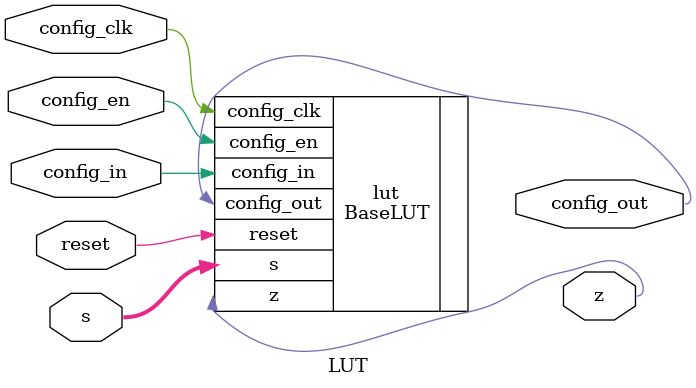
<source format=v>
module LUT #(
    parameter INPUTS=6,
    parameter MEM_SIZE=1<<INPUTS,
    parameter FRAME_WIDTH=1
) (
  input [INPUTS-1:0] s,
  output z,

  `ifdef FRACTURABLE
  output z1,
  `endif

  input config_clk,
  input config_en,
  `ifdef LATCH_EXTERNAL
  input [MEM_SIZE-1:0] config_in,
  `else
  input [FRAME_WIDTH-1:0] config_in,
  `endif
  output [FRAME_WIDTH-1:0] config_out,

  input wire reset
);

`ifdef FRACTURABLE

reg fractured;

wire z0;
wire z1;

wire config_internal;

BaseLUT #(
  .INPUTS(INPUTS-1),
  .MEM_SIZE(1 << (INPUTS-1)),
  .FRAME_WIDTH(FRAME_WIDTH)
) lut0 (
  .s(s[INPUTS-2:0]),
  .z(z0),
  .config_clk(config_clk),
  .config_en(config_en),
  .config_in(config_in),
  .config_out(config_internal),
  .reset(reset)
);

BaseLUT #(
  .INPUTS(INPUTS-1),
  .MEM_SIZE(1 << (INPUTS-1)),
  .FRAME_WIDTH(FRAME_WIDTH)
) lut1 (
  .s(s[INPUTS-2:0]),
  .z(z1),
  .config_clk(config_clk),
  .config_en(config_en),
  .config_in(config_internal),
  .config_out(config_out),
  .reset(reset)
);

always @(*) begin
  if (reset) begin
  end else if (~fractured) begin
    z = s[INPUTS-1] ? z1 : z0;
    z1 = 1'b0;
  end else if (fractured) begin
    z = z0;
    z1 = z1;
  end
end

`else

BaseLUT #(
  .INPUTS(INPUTS),
  .MEM_SIZE(MEM_SIZE),
  .FRAME_WIDTH(FRAME_WIDTH)
) lut (
  .s(s),
  .z(z),
  .config_clk(config_clk),
  .config_en(config_en),
  .config_in(config_in),
  .config_out(config_out),
  .reset(reset)
);

`endif

endmodule

</source>
